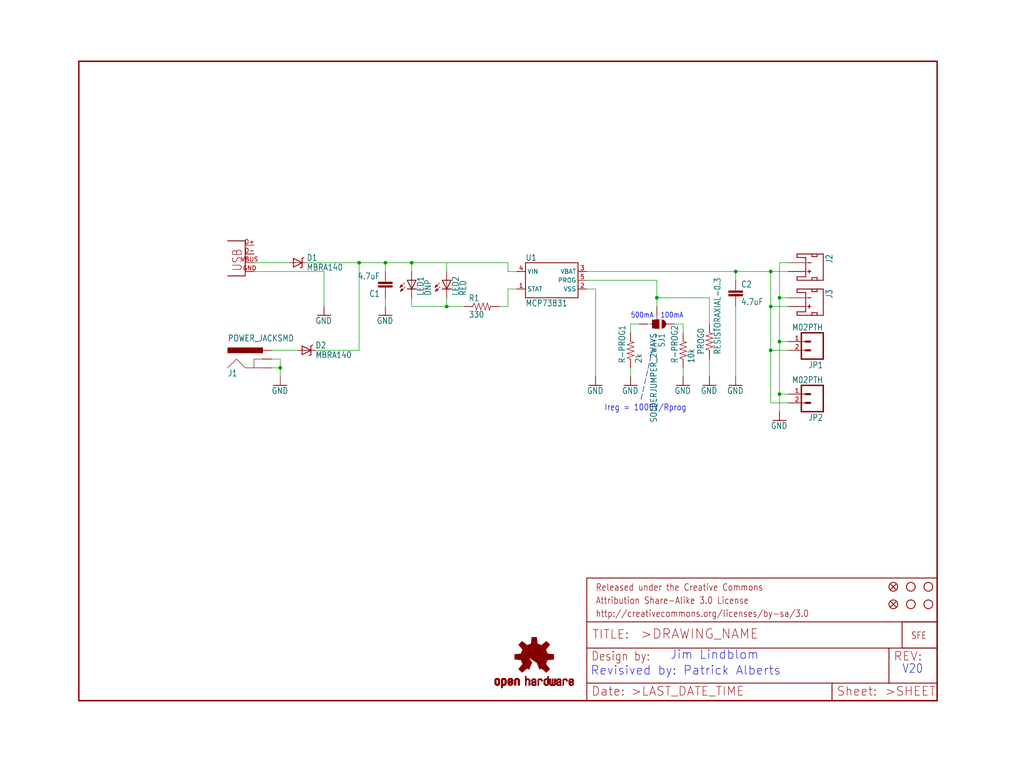
<source format=kicad_sch>
(kicad_sch (version 20211123) (generator eeschema)
  (paper "User" 297.002 223.926)
  (lib_symbols
    (symbol "schematicEagle-eagle-import:10KOHM1{slash}10W1%(0603)0603"
      (property "Reference" "R" (at -3.81 1.4986 0))
      (property "Value" "10KOHM1{slash}10W1%(0603)0603" (at -3.81 -3.302 0))
      (symbol "10KOHM1{slash}10W1%(0603)0603_1_0"
        (pin passive line (at -5.08 0 0) (length 2.54) (name "1") (number "1"))
        (pin passive line (at 5.08 0 180) (length 2.54) (name "2") (number "2"))
      )
    )
    (symbol "schematicEagle-eagle-import:2.0KOHM1{slash}10W5%(0603)"
      (property "Reference" "R" (at -3.81 1.4986 0))
      (property "Value" "2.0KOHM1{slash}10W5%(0603)" (at -3.81 -3.302 0))
      (symbol "2.0KOHM1{slash}10W5%(0603)_1_0"
        (pin passive line (at -5.08 0 0) (length 2.54) (name "1") (number "1"))
        (pin passive line (at 5.08 0 180) (length 2.54) (name "2") (number "2"))
      )
    )
    (symbol "schematicEagle-eagle-import:330OHM1{slash}10W1%(0603)"
      (property "Reference" "R" (at -3.81 1.4986 0))
      (property "Value" "330OHM1{slash}10W1%(0603)" (at -3.81 -3.302 0))
      (symbol "330OHM1{slash}10W1%(0603)_1_0"
        (pin passive line (at -5.08 0 0) (length 2.54) (name "1") (number "1"))
        (pin passive line (at 5.08 0 180) (length 2.54) (name "2") (number "2"))
      )
    )
    (symbol "schematicEagle-eagle-import:4.7UF-6.3V-10%(0603)0603"
      (property "Reference" "C" (at 1.524 2.921 0))
      (property "Value" "4.7UF-6.3V-10%(0603)0603" (at 1.524 -2.159 0))
      (symbol "4.7UF-6.3V-10%(0603)0603_1_0"
        (pin passive line (at 0 5.08 270) (length 2.54) (name "1") (number "1"))
        (pin passive line (at 0 -2.54 90) (length 2.54) (name "2") (number "2"))
      )
    )
    (symbol "schematicEagle-eagle-import:FIDUCIAL1X2")
    (symbol "schematicEagle-eagle-import:FRAME-LETTER"
      (symbol "FRAME-LETTER_2_0"
        (text ">DRAWING_NAME" (at 15.494 17.78 0) (effects (font (size 2.7432 2.7432)) (justify left bottom)))
        (text ">LAST_DATE_TIME" (at 12.7 1.27 0) (effects (font (size 2.54 2.54)) (justify left bottom)))
        (text ">SHEET" (at 86.36 1.27 0) (effects (font (size 2.54 2.54)) (justify left bottom)))
        (text "Attribution Share-Alike 3.0 License" (at 2.54 27.94 0) (effects (font (size 1.9304 1.6408)) (justify left bottom)))
        (text "Date:" (at 1.27 1.27 0) (effects (font (size 2.54 2.54)) (justify left bottom)))
        (text "Design by:" (at 1.27 11.43 0) (effects (font (size 2.54 2.159)) (justify left bottom)))
        (text "http://creativecommons.org/licenses/by-sa/3.0" (at 2.54 24.13 0) (effects (font (size 1.9304 1.6408)) (justify left bottom)))
        (text "Released under the Creative Commons" (at 2.54 31.75 0) (effects (font (size 1.9304 1.6408)) (justify left bottom)))
        (text "REV:" (at 88.9 11.43 0) (effects (font (size 2.54 2.54)) (justify left bottom)))
        (text "Sheet:" (at 72.39 1.27 0) (effects (font (size 2.54 2.54)) (justify left bottom)))
        (text "TITLE:" (at 1.524 17.78 0) (effects (font (size 2.54 2.54)) (justify left bottom)))
      )
    )
    (symbol "schematicEagle-eagle-import:GND" (power)
      (property "Value" "GND" (at -2.54 -2.54 0))
      (symbol "GND_1_0"
        (pin power_in line (at 0 2.54 270) (length 2.54) (name "GND") (number "1"))
      )
    )
    (symbol "schematicEagle-eagle-import:JST_2MM_MALE"
      (property "Reference" "J" (at -2.54 5.842 0))
      (symbol "JST_2MM_MALE_1_0"
        (pin bidirectional line (at 0 -5.08 90) (length 5.08) (name "-") (number "1"))
        (pin bidirectional line (at 2.54 -5.08 90) (length 5.08) (name "+") (number "2"))
        (pin bidirectional line (at -2.54 2.54 90) (length 0) (name "PAD1") (number "NC1"))
        (pin bidirectional line (at 5.08 2.54 90) (length 0) (name "PAD2") (number "NC2"))
      )
    )
    (symbol "schematicEagle-eagle-import:LED-RED0603"
      (property "Reference" "D" (at 3.556 -4.572 90))
      (property "Value" "LED-RED0603" (at 5.715 -4.572 90))
      (symbol "LED-RED0603_1_0"
        (pin passive line (at 0 2.54 270) (length 2.54) (name "A") (number "A"))
        (pin passive line (at 0 -5.08 90) (length 2.54) (name "C") (number "C"))
      )
    )
    (symbol "schematicEagle-eagle-import:LED3MM"
      (property "Reference" "LED" (at 3.556 -4.572 90))
      (property "Value" "LED3MM" (at 5.715 -4.572 90))
      (symbol "LED3MM_1_0"
        (pin passive line (at 0 2.54 270) (length 2.54) (name "A") (number "A"))
        (pin passive line (at 0 -5.08 90) (length 2.54) (name "C") (number "K"))
      )
    )
    (symbol "schematicEagle-eagle-import:LOGO-SFENEW"
      (symbol "LOGO-SFENEW_1_0"
        (text "SFE" (at 0 0 0) (effects (font (size 1.9304 1.6408)) (justify left bottom)))
      )
    )
    (symbol "schematicEagle-eagle-import:M02PTH"
      (property "Reference" "JP" (at -2.54 5.842 0))
      (property "Value" "M02PTH" (at -2.54 -5.08 0))
      (symbol "M02PTH_1_0"
        (pin passive line (at 7.62 0 180) (length 5.08) (name "1") (number "1"))
        (pin passive line (at 7.62 2.54 180) (length 5.08) (name "2") (number "2"))
      )
    )
    (symbol "schematicEagle-eagle-import:MBRA140"
      (property "Reference" "D" (at 2.54 0.4826 0))
      (property "Value" "MBRA140" (at 2.54 -2.3114 0))
      (symbol "MBRA140_1_0"
        (pin passive line (at -2.54 0 0) (length 2.54) (name "A") (number "A"))
        (pin passive line (at 2.54 0 180) (length 2.54) (name "C") (number "C"))
      )
    )
    (symbol "schematicEagle-eagle-import:MCP73831"
      (property "Reference" "U" (at -7.62 5.588 0))
      (property "Value" "MCP73831" (at -7.62 -7.62 0))
      (symbol "MCP73831_1_0"
        (pin output line (at -10.16 -2.54 0) (length 2.54) (name "STAT") (number "1"))
        (pin power_in line (at 10.16 -2.54 180) (length 2.54) (name "VSS") (number "2"))
        (pin power_in line (at 10.16 2.54 180) (length 2.54) (name "VBAT") (number "3"))
        (pin power_in line (at -10.16 2.54 0) (length 2.54) (name "VIN") (number "4"))
        (pin input line (at 10.16 0 180) (length 2.54) (name "PROG") (number "5"))
      )
    )
    (symbol "schematicEagle-eagle-import:OSHW-LOGOS")
    (symbol "schematicEagle-eagle-import:POWER_JACKSMD"
      (property "Reference" "J" (at -10.16 0 0))
      (property "Value" "POWER_JACKSMD" (at -10.16 10.16 0))
      (symbol "POWER_JACKSMD_1_0"
        (pin bidirectional line (at 2.54 5.08 180) (length 2.54) (name "GNDBREAK") (number "GND"))
        (pin bidirectional line (at 2.54 2.54 180) (length 2.54) (name "GND") (number "P$4"))
        (pin bidirectional line (at 2.54 7.62 180) (length 2.54) (name "PWR") (number "VIN0"))
      )
    )
    (symbol "schematicEagle-eagle-import:RESISTORAXIAL-0.3"
      (property "Reference" "R" (at -3.81 1.4986 0))
      (property "Value" "RESISTORAXIAL-0.3" (at -3.81 -3.302 0))
      (symbol "RESISTORAXIAL-0.3_1_0"
        (pin passive line (at -5.08 0 0) (length 2.54) (name "1") (number "P$1"))
        (pin passive line (at 5.08 0 180) (length 2.54) (name "2") (number "P$2"))
      )
    )
    (symbol "schematicEagle-eagle-import:SOLDERJUMPER_2WAYS"
      (property "Reference" "SJ" (at 2.54 0.381 0))
      (property "Value" "SOLDERJUMPER_2WAYS" (at 2.54 -1.905 0))
      (symbol "SOLDERJUMPER_2WAYS_1_0"
        (pin passive line (at 0 5.08 270) (length 2.54) (name "1") (number "1"))
        (pin passive line (at -5.08 0 0) (length 2.54) (name "2") (number "2"))
        (pin passive line (at 0 -5.08 90) (length 2.54) (name "3") (number "3"))
      )
    )
    (symbol "schematicEagle-eagle-import:STAND-OFF")
    (symbol "schematicEagle-eagle-import:USBSMD"
      (symbol "USBSMD_1_0"
        (text "USB" (at 3.81 0 900) (effects (font (size 2.54 2.159)) (justify left bottom)))
        (pin bidirectional line (at -2.54 7.62 0) (length 2.54) (name "D+") (number "D+"))
        (pin bidirectional line (at -2.54 5.08 0) (length 2.54) (name "D-") (number "D-"))
        (pin bidirectional line (at -2.54 0 0) (length 2.54) (name "GND") (number "GND"))
        (pin bidirectional line (at -2.54 2.54 0) (length 2.54) (name "VBUS") (number "VBUS"))
      )
    )
  )
  (junction (at 190.5 86.36))
  (junction (at 226.06 114.3))
  (junction (at 81.28 106.68))
  (junction (at 226.06 99.06))
  (junction (at 111.76 76.2))
  (junction (at 104.14 76.2))
  (junction (at 129.54 88.9))
  (junction (at 226.06 86.36))
  (junction (at 213.36 78.74))
  (junction (at 223.52 88.9))
  (junction (at 119.38 76.2))
  (junction (at 223.52 78.74))
  (junction (at 223.52 101.6))
  (wire (pts (xy 182.88 109.22) (xy 182.88 106.68)))
  (wire (pts (xy 91.44 101.6) (xy 104.14 101.6)))
  (wire (pts (xy 104.14 76.2) (xy 111.76 76.2)))
  (wire (pts (xy 223.52 78.74) (xy 223.52 88.9)))
  (wire (pts (xy 205.74 104.14) (xy 205.74 109.22)))
  (wire (pts (xy 111.76 76.2) (xy 119.38 76.2)))
  (wire (pts (xy 223.52 78.74) (xy 228.6 78.74)))
  (wire (pts (xy 81.28 104.14) (xy 81.28 106.68)))
  (wire (pts (xy 226.06 114.3) (xy 226.06 119.38)))
  (wire (pts (xy 170.18 83.82) (xy 172.72 83.82)))
  (polyline (pts (xy 185.928 115.824) (xy 190.246 96.774)))
  (wire (pts (xy 111.76 78.74) (xy 111.76 76.2)))
  (wire (pts (xy 119.38 88.9) (xy 129.54 88.9)))
  (wire (pts (xy 172.72 83.82) (xy 172.72 109.22)))
  (wire (pts (xy 228.6 114.3) (xy 226.06 114.3)))
  (wire (pts (xy 119.38 76.2) (xy 129.54 76.2)))
  (wire (pts (xy 185.42 93.98) (xy 182.88 93.98)))
  (wire (pts (xy 195.58 93.98) (xy 198.12 93.98)))
  (wire (pts (xy 149.86 83.82) (xy 147.32 83.82)))
  (wire (pts (xy 213.36 78.74) (xy 213.36 81.28)))
  (wire (pts (xy 104.14 101.6) (xy 104.14 76.2)))
  (wire (pts (xy 205.74 93.98) (xy 205.74 86.36)))
  (wire (pts (xy 147.32 83.82) (xy 147.32 88.9)))
  (wire (pts (xy 228.6 76.2) (xy 226.06 76.2)))
  (wire (pts (xy 198.12 109.22) (xy 198.12 106.68)))
  (wire (pts (xy 147.32 78.74) (xy 147.32 76.2)))
  (wire (pts (xy 147.32 76.2) (xy 129.54 76.2)))
  (wire (pts (xy 190.5 81.28) (xy 190.5 86.36)))
  (wire (pts (xy 223.52 116.84) (xy 223.52 101.6)))
  (wire (pts (xy 190.5 81.28) (xy 170.18 81.28)))
  (wire (pts (xy 228.6 86.36) (xy 226.06 86.36)))
  (wire (pts (xy 119.38 78.74) (xy 119.38 76.2)))
  (wire (pts (xy 226.06 76.2) (xy 226.06 86.36)))
  (wire (pts (xy 129.54 88.9) (xy 129.54 86.36)))
  (wire (pts (xy 223.52 101.6) (xy 223.52 88.9)))
  (wire (pts (xy 213.36 109.22) (xy 213.36 88.9)))
  (polyline (pts (xy 188.468 93.98) (xy 190.5 93.98)))
  (wire (pts (xy 129.54 76.2) (xy 129.54 78.74)))
  (wire (pts (xy 228.6 99.06) (xy 226.06 99.06)))
  (wire (pts (xy 213.36 78.74) (xy 223.52 78.74)))
  (wire (pts (xy 228.6 101.6) (xy 223.52 101.6)))
  (wire (pts (xy 147.32 88.9) (xy 144.78 88.9)))
  (wire (pts (xy 111.76 88.9) (xy 111.76 86.36)))
  (wire (pts (xy 205.74 86.36) (xy 190.5 86.36)))
  (wire (pts (xy 81.28 106.68) (xy 81.28 109.22)))
  (wire (pts (xy 226.06 86.36) (xy 226.06 99.06)))
  (wire (pts (xy 190.5 86.36) (xy 190.5 88.9)))
  (wire (pts (xy 170.18 78.74) (xy 213.36 78.74)))
  (wire (pts (xy 149.86 78.74) (xy 147.32 78.74)))
  (wire (pts (xy 86.36 101.6) (xy 78.74 101.6)))
  (wire (pts (xy 198.12 93.98) (xy 198.12 96.52)))
  (wire (pts (xy 78.74 104.14) (xy 81.28 104.14)))
  (wire (pts (xy 88.9 76.2) (xy 104.14 76.2)))
  (wire (pts (xy 73.66 78.74) (xy 93.98 78.74)))
  (wire (pts (xy 93.98 78.74) (xy 93.98 88.9)))
  (wire (pts (xy 223.52 116.84) (xy 228.6 116.84)))
  (wire (pts (xy 73.66 76.2) (xy 83.82 76.2)))
  (wire (pts (xy 223.52 88.9) (xy 228.6 88.9)))
  (wire (pts (xy 134.62 88.9) (xy 129.54 88.9)))
  (wire (pts (xy 119.38 86.36) (xy 119.38 88.9)))
  (wire (pts (xy 182.88 93.98) (xy 182.88 96.52)))
  (wire (pts (xy 78.74 106.68) (xy 81.28 106.68)))
  (wire (pts (xy 226.06 99.06) (xy 226.06 114.3)))
  (text "Ireg = 1000V/Rprog" (at 175.26 119.38 180) (effects (font (size 1.778 1.5113)) (justify left bottom)))
  (text "500mA" (at 182.88 92.456 180) (effects (font (size 1.524 1.2954)) (justify left bottom)))
  (text "Revisived by: Patrick Alberts" (at 171.196 196.088 180) (effects (font (size 2.54 2.54)) (justify left bottom)))
  (text "100mA" (at 191.516 92.456 180) (effects (font (size 1.524 1.2954)) (justify left bottom)))
  (text "V20" (at 261.62 195.58 180) (effects (font (size 2.54 2.159)) (justify left bottom)))
  (text "Jim Lindblom" (at 194.31 191.516 180) (effects (font (size 2.54 2.54)) (justify left bottom)))
  (symbol (lib_id "schematicEagle-eagle-import:FRAME-LETTER") (at 22.86 203.2 0) (unit 1)
    (property "Reference" "FRAME1" (effects hide))
    (property "Value" "FRAME-LETTER" (effects hide))
    (property "Footprint" "schematicEagle:CREATIVE_COMMONS" (effects hide))
  )
  (symbol (lib_id "schematicEagle-eagle-import:JST_2MM_MALE") (at 233.68 76.2 270) (unit 1)
    (property "Reference" "J2" (at 239.522 73.66 0) (effects (font (size 1.778 1.5113)) (justify left bottom)))
    (property "Value" "JST_2MM_MALE" (effects hide))
    (property "Footprint" "schematicEagle:JST-2-SMD" (effects hide))
  )
  (symbol (lib_id "schematicEagle-eagle-import:GND") (at 205.74 111.76 0) (unit 1)
    (property "Reference" "#GND8" (effects hide))
    (property "Value" "GND" (at 203.2 114.3 0) (effects (font (size 1.778 1.5113)) (justify left bottom)))
    (property "Footprint" "schematicEagle:" (effects hide))
  )
  (symbol (lib_id "schematicEagle-eagle-import:10KOHM1{slash}10W1%(0603)0603") (at 198.12 101.6 90) (unit 1)
    (property "Reference" "R-PROG2" (at 196.6214 105.41 0) (effects (font (size 1.778 1.5113)) (justify left bottom)))
    (property "Value" "10k" (at 201.422 105.41 0) (effects (font (size 1.778 1.5113)) (justify left bottom)))
    (property "Footprint" "schematicEagle:0603-RES" (effects hide))
  )
  (symbol (lib_id "schematicEagle-eagle-import:MBRA140") (at 88.9 101.6 0) (unit 1)
    (property "Reference" "D2" (at 91.44 101.1174 0) (effects (font (size 1.778 1.5113)) (justify left bottom)))
    (property "Value" "MBRA140" (at 91.44 103.9114 0) (effects (font (size 1.778 1.5113)) (justify left bottom)))
    (property "Footprint" "schematicEagle:SMA-DIODE" (effects hide))
  )
  (symbol (lib_id "schematicEagle-eagle-import:GND") (at 213.36 111.76 0) (unit 1)
    (property "Reference" "#GND4" (effects hide))
    (property "Value" "GND" (at 210.82 114.3 0) (effects (font (size 1.778 1.5113)) (justify left bottom)))
    (property "Footprint" "schematicEagle:" (effects hide))
  )
  (symbol (lib_id "schematicEagle-eagle-import:LOGO-SFENEW") (at 264.16 185.42 0) (unit 1)
    (property "Reference" "JP11" (effects hide))
    (property "Value" "LOGO-SFENEW" (effects hide))
    (property "Footprint" "schematicEagle:SFE-NEW-WEBLOGO" (effects hide))
  )
  (symbol (lib_id "schematicEagle-eagle-import:4.7UF-6.3V-10%(0603)0603") (at 111.76 81.28 180) (unit 1)
    (property "Reference" "C1" (at 110.236 84.201 0) (effects (font (size 1.778 1.5113)) (justify left bottom)))
    (property "Value" "4.7uF" (at 110.236 79.121 0) (effects (font (size 1.778 1.5113)) (justify left bottom)))
    (property "Footprint" "schematicEagle:0603-CAP" (effects hide))
  )
  (symbol (lib_id "schematicEagle-eagle-import:STAND-OFF") (at 264.16 170.18 0) (unit 1)
    (property "Reference" "JP7" (effects hide))
    (property "Value" "STAND-OFF" (effects hide))
    (property "Footprint" "schematicEagle:STAND-OFF" (effects hide))
  )
  (symbol (lib_id "schematicEagle-eagle-import:GND") (at 172.72 111.76 0) (unit 1)
    (property "Reference" "#GND3" (effects hide))
    (property "Value" "GND" (at 170.18 114.3 0) (effects (font (size 1.778 1.5113)) (justify left bottom)))
    (property "Footprint" "schematicEagle:" (effects hide))
  )
  (symbol (lib_id "schematicEagle-eagle-import:M02PTH") (at 236.22 114.3 180) (unit 1)
    (property "Reference" "JP2" (at 238.76 120.142 0) (effects (font (size 1.778 1.5113)) (justify left bottom)))
    (property "Value" "M02PTH" (at 238.76 109.22 0) (effects (font (size 1.778 1.5113)) (justify left bottom)))
    (property "Footprint" "schematicEagle:1X02" (effects hide))
  )
  (symbol (lib_id "schematicEagle-eagle-import:MBRA140") (at 86.36 76.2 0) (unit 1)
    (property "Reference" "D1" (at 88.9 75.7174 0) (effects (font (size 1.778 1.5113)) (justify left bottom)))
    (property "Value" "MBRA140" (at 88.9 78.5114 0) (effects (font (size 1.778 1.5113)) (justify left bottom)))
    (property "Footprint" "schematicEagle:SMA-DIODE" (effects hide))
  )
  (symbol (lib_id "schematicEagle-eagle-import:4.7UF-6.3V-10%(0603)0603") (at 213.36 86.36 0) (unit 1)
    (property "Reference" "C2" (at 214.884 83.439 0) (effects (font (size 1.778 1.5113)) (justify left bottom)))
    (property "Value" "4.7uF" (at 214.884 88.519 0) (effects (font (size 1.778 1.5113)) (justify left bottom)))
    (property "Footprint" "schematicEagle:0603-CAP" (effects hide))
  )
  (symbol (lib_id "schematicEagle-eagle-import:SOLDERJUMPER_2WAYS") (at 190.5 93.98 270) (unit 1)
    (property "Reference" "SJ1" (at 190.881 96.52 0) (effects (font (size 1.778 1.5113)) (justify left bottom)))
    (property "Value" "SOLDERJUMPER_2WAYS" (at 188.595 96.52 0) (effects (font (size 1.778 1.5113)) (justify left bottom)))
    (property "Footprint" "schematicEagle:SJ_3" (effects hide))
  )
  (symbol (lib_id "schematicEagle-eagle-import:FIDUCIAL1X2") (at 259.08 175.26 0) (unit 1)
    (property "Reference" "JP13" (effects hide))
    (property "Value" "FIDUCIAL1X2" (effects hide))
    (property "Footprint" "schematicEagle:FIDUCIAL-1X2" (effects hide))
  )
  (symbol (lib_id "schematicEagle-eagle-import:330OHM1{slash}10W1%(0603)") (at 139.7 88.9 0) (unit 1)
    (property "Reference" "R1" (at 135.89 87.4014 0) (effects (font (size 1.778 1.5113)) (justify left bottom)))
    (property "Value" "330" (at 135.89 92.202 0) (effects (font (size 1.778 1.5113)) (justify left bottom)))
    (property "Footprint" "schematicEagle:0603-RES" (effects hide))
  )
  (symbol (lib_id "schematicEagle-eagle-import:GND") (at 226.06 121.92 0) (unit 1)
    (property "Reference" "#GND7" (effects hide))
    (property "Value" "GND" (at 223.52 124.46 0) (effects (font (size 1.778 1.5113)) (justify left bottom)))
    (property "Footprint" "schematicEagle:" (effects hide))
  )
  (symbol (lib_id "schematicEagle-eagle-import:GND") (at 81.28 111.76 0) (unit 1)
    (property "Reference" "#GND9" (effects hide))
    (property "Value" "GND" (at 78.74 114.3 0) (effects (font (size 1.778 1.5113)) (justify left bottom)))
    (property "Footprint" "schematicEagle:" (effects hide))
  )
  (symbol (lib_id "schematicEagle-eagle-import:MCP73831") (at 160.02 81.28 0) (unit 1)
    (property "Reference" "U1" (at 152.4 75.692 0) (effects (font (size 1.778 1.5113)) (justify left bottom)))
    (property "Value" "MCP73831" (at 152.4 88.9 0) (effects (font (size 1.778 1.5113)) (justify left bottom)))
    (property "Footprint" "schematicEagle:SOT23-5" (effects hide))
  )
  (symbol (lib_id "schematicEagle-eagle-import:FRAME-LETTER") (at 170.18 203.2 0) (unit 2)
    (property "Reference" "FRAME1" (effects hide))
    (property "Value" "FRAME-LETTER" (effects hide))
    (property "Footprint" "schematicEagle:CREATIVE_COMMONS" (effects hide))
  )
  (symbol (lib_id "schematicEagle-eagle-import:2.0KOHM1{slash}10W5%(0603)") (at 182.88 101.6 90) (unit 1)
    (property "Reference" "R-PROG1" (at 181.3814 105.41 0) (effects (font (size 1.778 1.5113)) (justify left bottom)))
    (property "Value" "2k" (at 186.182 105.41 0) (effects (font (size 1.778 1.5113)) (justify left bottom)))
    (property "Footprint" "schematicEagle:0603-RES" (effects hide))
  )
  (symbol (lib_id "schematicEagle-eagle-import:FIDUCIAL1X2") (at 259.08 170.18 0) (unit 1)
    (property "Reference" "JP12" (effects hide))
    (property "Value" "FIDUCIAL1X2" (effects hide))
    (property "Footprint" "schematicEagle:FIDUCIAL-1X2" (effects hide))
  )
  (symbol (lib_id "schematicEagle-eagle-import:POWER_JACKSMD") (at 76.2 109.22 0) (unit 1)
    (property "Reference" "J1" (at 66.04 109.22 0) (effects (font (size 1.778 1.5113)) (justify left bottom)))
    (property "Value" "POWER_JACKSMD" (at 66.04 99.06 0) (effects (font (size 1.778 1.5113)) (justify left bottom)))
    (property "Footprint" "schematicEagle:POWER_JACK_SMD" (effects hide))
  )
  (symbol (lib_id "schematicEagle-eagle-import:GND") (at 111.76 91.44 0) (unit 1)
    (property "Reference" "#GND2" (effects hide))
    (property "Value" "GND" (at 109.22 93.98 0) (effects (font (size 1.778 1.5113)) (justify left bottom)))
    (property "Footprint" "schematicEagle:" (effects hide))
  )
  (symbol (lib_id "schematicEagle-eagle-import:JST_2MM_MALE") (at 233.68 86.36 270) (unit 1)
    (property "Reference" "J3" (at 239.522 83.82 0) (effects (font (size 1.778 1.5113)) (justify left bottom)))
    (property "Value" "JST_2MM_MALE" (effects hide))
    (property "Footprint" "schematicEagle:JST-2-SMD" (effects hide))
  )
  (symbol (lib_id "schematicEagle-eagle-import:M02PTH") (at 236.22 99.06 180) (unit 1)
    (property "Reference" "JP1" (at 238.76 104.902 0) (effects (font (size 1.778 1.5113)) (justify left bottom)))
    (property "Value" "M02PTH" (at 238.76 93.98 0) (effects (font (size 1.778 1.5113)) (justify left bottom)))
    (property "Footprint" "schematicEagle:1X02" (effects hide))
  )
  (symbol (lib_id "schematicEagle-eagle-import:GND") (at 182.88 111.76 0) (unit 1)
    (property "Reference" "#GND5" (effects hide))
    (property "Value" "GND" (at 180.34 114.3 0) (effects (font (size 1.778 1.5113)) (justify left bottom)))
    (property "Footprint" "schematicEagle:" (effects hide))
  )
  (symbol (lib_id "schematicEagle-eagle-import:STAND-OFF") (at 269.24 170.18 0) (unit 1)
    (property "Reference" "JP8" (effects hide))
    (property "Value" "STAND-OFF" (effects hide))
    (property "Footprint" "schematicEagle:STAND-OFF" (effects hide))
  )
  (symbol (lib_id "schematicEagle-eagle-import:GND") (at 198.12 111.76 0) (unit 1)
    (property "Reference" "#GND6" (effects hide))
    (property "Value" "GND" (at 195.58 114.3 0) (effects (font (size 1.778 1.5113)) (justify left bottom)))
    (property "Footprint" "schematicEagle:" (effects hide))
  )
  (symbol (lib_id "schematicEagle-eagle-import:LED-RED0603") (at 129.54 81.28 0) (unit 1)
    (property "Reference" "LED2" (at 133.096 85.852 90) (effects (font (size 1.778 1.5113)) (justify left bottom)))
    (property "Value" "RED" (at 135.255 85.852 90) (effects (font (size 1.778 1.5113)) (justify left bottom)))
    (property "Footprint" "schematicEagle:LED-0603" (effects hide))
  )
  (symbol (lib_id "schematicEagle-eagle-import:USBSMD") (at 71.12 78.74 0) (mirror y) (unit 1)
    (property "Reference" "X1" (effects hide))
    (property "Value" "USBSMD" (effects hide))
    (property "Footprint" "schematicEagle:USB-MINIB" (effects hide))
  )
  (symbol (lib_id "schematicEagle-eagle-import:OSHW-LOGOS") (at 154.94 190.5 0) (unit 1)
    (property "Reference" "LOGO1" (effects hide))
    (property "Value" "OSHW-LOGOS" (effects hide))
    (property "Footprint" "schematicEagle:OSHW-LOGO-S" (effects hide))
  )
  (symbol (lib_id "schematicEagle-eagle-import:STAND-OFF") (at 269.24 175.26 0) (unit 1)
    (property "Reference" "JP10" (effects hide))
    (property "Value" "STAND-OFF" (effects hide))
    (property "Footprint" "schematicEagle:STAND-OFF" (effects hide))
  )
  (symbol (lib_id "schematicEagle-eagle-import:LED3MM") (at 119.38 81.28 0) (unit 1)
    (property "Reference" "LED1" (at 122.936 85.852 90) (effects (font (size 1.778 1.5113)) (justify left bottom)))
    (property "Value" "DNP" (at 125.095 85.852 90) (effects (font (size 1.778 1.5113)) (justify left bottom)))
    (property "Footprint" "schematicEagle:LED3MM" (effects hide))
  )
  (symbol (lib_id "schematicEagle-eagle-import:RESISTORAXIAL-0.3") (at 205.74 99.06 90) (unit 1)
    (property "Reference" "PROG0" (at 204.2414 102.87 0) (effects (font (size 1.778 1.5113)) (justify left bottom)))
    (property "Value" "RESISTORAXIAL-0.3" (at 209.042 102.87 0) (effects (font (size 1.778 1.5113)) (justify left bottom)))
    (property "Footprint" "schematicEagle:AXIAL-0.3" (effects hide))
  )
  (symbol (lib_id "schematicEagle-eagle-import:STAND-OFF") (at 264.16 175.26 0) (unit 1)
    (property "Reference" "JP9" (effects hide))
    (property "Value" "STAND-OFF" (effects hide))
    (property "Footprint" "schematicEagle:STAND-OFF" (effects hide))
  )
  (symbol (lib_id "schematicEagle-eagle-import:GND") (at 93.98 91.44 0) (unit 1)
    (property "Reference" "#GND1" (effects hide))
    (property "Value" "GND" (at 91.44 93.98 0) (effects (font (size 1.778 1.5113)) (justify left bottom)))
    (property "Footprint" "schematicEagle:" (effects hide))
  )
)
</source>
